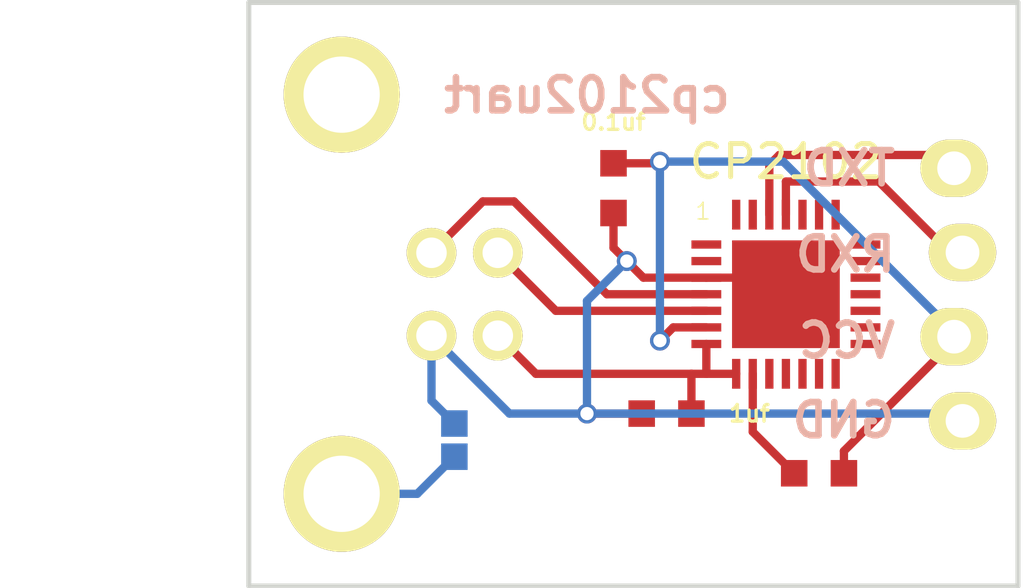
<source format=kicad_pcb>
(kicad_pcb (version 4) (host pcbnew 4.0.7-e2-6376~58~ubuntu16.04.1)

  (general
    (links 0)
    (no_connects 0)
    (area 117.094999 90.03 148.405001 105.97)
    (thickness 1.6)
    (drawings 9)
    (tracks 54)
    (zones 0)
    (modules 7)
    (nets 1)
  )

  (page A4)
  (layers
    (0 F.Cu signal)
    (31 B.Cu signal)
    (32 B.Adhes user)
    (33 F.Adhes user)
    (34 B.Paste user)
    (35 F.Paste user)
    (36 B.SilkS user)
    (37 F.SilkS user)
    (38 B.Mask user)
    (39 F.Mask user)
    (40 Dwgs.User user)
    (41 Cmts.User user)
    (42 Eco1.User user)
    (43 Eco2.User user)
    (44 Edge.Cuts user)
    (45 Margin user)
    (46 B.CrtYd user)
    (47 F.CrtYd user)
    (48 B.Fab user)
    (49 F.Fab user)
  )

  (setup
    (last_trace_width 0.25)
    (trace_clearance 0.2)
    (zone_clearance 0.508)
    (zone_45_only no)
    (trace_min 0.2)
    (segment_width 0.2)
    (edge_width 0.15)
    (via_size 0.6)
    (via_drill 0.4)
    (via_min_size 0.4)
    (via_min_drill 0.3)
    (uvia_size 0.3)
    (uvia_drill 0.1)
    (uvias_allowed no)
    (uvia_min_size 0.2)
    (uvia_min_drill 0.1)
    (pcb_text_width 0.3)
    (pcb_text_size 1.5 1.5)
    (mod_edge_width 0.15)
    (mod_text_size 1 1)
    (mod_text_width 0.15)
    (pad_size 1.524 1.524)
    (pad_drill 0.762)
    (pad_to_mask_clearance 0.2)
    (aux_axis_origin 0 0)
    (visible_elements FFFFFF7F)
    (pcbplotparams
      (layerselection 0x00030_80000001)
      (usegerberextensions false)
      (excludeedgelayer true)
      (linewidth 0.150000)
      (plotframeref false)
      (viasonmask false)
      (mode 1)
      (useauxorigin false)
      (hpglpennumber 1)
      (hpglpenspeed 20)
      (hpglpendiameter 15)
      (hpglpenoverlay 2)
      (psnegative false)
      (psa4output false)
      (plotreference true)
      (plotvalue true)
      (plotinvisibletext false)
      (padsonsilk false)
      (subtractmaskfromsilk false)
      (outputformat 1)
      (mirror false)
      (drillshape 1)
      (scaleselection 1)
      (outputdirectory ""))
  )

  (net 0 "")

  (net_class Default "This is the default net class."
    (clearance 0.2)
    (trace_width 0.25)
    (via_dia 0.6)
    (via_drill 0.4)
    (uvia_dia 0.3)
    (uvia_drill 0.1)
  )

  (module 00my_modules:cp2102qfn28 (layer F.Cu) (tedit 0) (tstamp 5C36C87C)
    (at 141 98)
    (descr QFN28)
    (tags QFN28)
    (attr smd)
    (fp_text reference CP2102 (at 0 -4) (layer F.SilkS)
      (effects (font (size 1 1) (thickness 0.15)))
    )
    (fp_text value 1 (at -2.5 -2.5) (layer F.SilkS)
      (effects (font (size 0.5 0.5) (thickness 0.05)))
    )
    (fp_line (start -6 0) (end 6 0) (layer F.CrtYd) (width 0.05))
    (fp_line (start 0 -6) (end 0 6) (layer F.CrtYd) (width 0.05))
    (pad GND smd rect (at 0 0) (size 3.25 3.25) (layers F.Cu F.Paste F.Mask))
    (pad 1 smd rect (at -2.4 -1.5) (size 0.9 0.25) (layers F.Cu F.Paste F.Mask))
    (pad 2 smd rect (at -2.4 -1) (size 0.9 0.25) (layers F.Cu F.Paste F.Mask))
    (pad 3 smd rect (at -2.4 -0.5) (size 0.9 0.25) (layers F.Cu F.Paste F.Mask))
    (pad 4 smd rect (at -2.4 0) (size 0.9 0.25) (layers F.Cu F.Paste F.Mask))
    (pad 5 smd rect (at -2.4 0.5) (size 0.9 0.25) (layers F.Cu F.Paste F.Mask))
    (pad 6 smd rect (at -2.4 1) (size 0.9 0.25) (layers F.Cu F.Paste F.Mask))
    (pad 7 smd rect (at -2.4 1.5) (size 0.9 0.25) (layers F.Cu F.Paste F.Mask))
    (pad 8 smd rect (at -1.5 2.4) (size 0.25 0.9) (layers F.Cu F.Paste F.Mask))
    (pad 9 smd rect (at -1 2.4) (size 0.25 0.9) (layers F.Cu F.Paste F.Mask))
    (pad 10 smd rect (at -0.5 2.4) (size 0.25 0.9) (layers F.Cu F.Paste F.Mask))
    (pad 11 smd rect (at 0 2.4) (size 0.25 0.9) (layers F.Cu F.Paste F.Mask))
    (pad 12 smd rect (at 0.5 2.4) (size 0.25 0.9) (layers F.Cu F.Paste F.Mask))
    (pad 13 smd rect (at 1 2.4) (size 0.25 0.9) (layers F.Cu F.Paste F.Mask))
    (pad 14 smd rect (at 1.5 2.4) (size 0.25 0.9) (layers F.Cu F.Paste F.Mask))
    (pad 15 smd rect (at 2.4 1.5) (size 0.9 0.25) (layers F.Cu F.Paste F.Mask))
    (pad 16 smd rect (at 2.4 1) (size 0.9 0.25) (layers F.Cu F.Paste F.Mask))
    (pad 17 smd rect (at 2.4 0.5) (size 0.9 0.25) (layers F.Cu F.Paste F.Mask))
    (pad 18 smd rect (at 2.4 0) (size 0.9 0.25) (layers F.Cu F.Paste F.Mask))
    (pad 19 smd rect (at 2.4 -0.5) (size 0.9 0.25) (layers F.Cu F.Paste F.Mask))
    (pad 20 smd rect (at 2.4 -1) (size 0.9 0.25) (layers F.Cu F.Paste F.Mask))
    (pad 21 smd rect (at 2.4 -1.5) (size 0.9 0.25) (layers F.Cu F.Paste F.Mask))
    (pad 22 smd rect (at 1.5 -2.4) (size 0.25 0.9) (layers F.Cu F.Paste F.Mask))
    (pad 23 smd rect (at 1 -2.4) (size 0.25 0.9) (layers F.Cu F.Paste F.Mask))
    (pad 24 smd rect (at 0.5 -2.4) (size 0.25 0.9) (layers F.Cu F.Paste F.Mask))
    (pad 25 smd rect (at 0 -2.4) (size 0.25 0.9) (layers F.Cu F.Paste F.Mask))
    (pad 26 smd rect (at -0.5 -2.4) (size 0.25 0.9) (layers F.Cu F.Paste F.Mask))
    (pad 27 smd rect (at -1 -2.4) (size 0.25 0.9) (layers F.Cu F.Paste F.Mask))
    (pad 28 smd rect (at -1.5 -2.4) (size 0.25 0.9) (layers F.Cu F.Paste F.Mask))
  )

  (module 00my_modules:UE27-BC54-130 (layer F.Cu) (tedit 0) (tstamp 5C36CC9D)
    (at 127.6 98 270)
    (descr UE27-BC54-130)
    (tags usb)
    (fp_text reference "" (at 0 -1 270) (layer F.SilkS)
      (effects (font (size 0.5 0.5) (thickness 0.01)))
    )
    (fp_text value "" (at 0 1 270) (layer F.Fab)
      (effects (font (size 0.5 0.5) (thickness 0.01)))
    )
    (fp_text user USB (at 0 0 270) (layer F.Fab)
      (effects (font (size 1 1) (thickness 0.15)))
    )
    (fp_line (start -6.02 10.28) (end -6.02 -6.22) (layer F.CrtYd) (width 0.05))
    (fp_line (start 6.02 10.28) (end 6.02 -6.22) (layer F.CrtYd) (width 0.05))
    (fp_line (start -6.02 -6.22) (end 6.02 -6.22) (layer F.CrtYd) (width 0.05))
    (fp_line (start -6.02 10.28) (end 6.02 10.28) (layer F.CrtYd) (width 0.05))
    (pad V thru_hole circle (at 1.25 -4.71 270) (size 1.5 1.5) (drill 0.92) (layers *.Cu *.Mask F.SilkS))
    (pad - thru_hole circle (at -1.25 -4.71 270) (size 1.5 1.5) (drill 0.92) (layers *.Cu *.Mask F.SilkS))
    (pad + thru_hole circle (at -1.25 -2.71 270) (size 1.5 1.5) (drill 0.92) (layers *.Cu *.Mask F.SilkS))
    (pad G thru_hole circle (at 1.25 -2.71 270) (size 1.5 1.5) (drill 0.92) (layers *.Cu *.Mask F.SilkS))
    (pad X thru_hole circle (at 6.02 0 270) (size 3.5 3.5) (drill 2.3) (layers *.Cu *.Mask F.SilkS))
    (pad X thru_hole circle (at -6.02 0 270) (size 3.5 3.5) (drill 2.3) (layers *.Cu *.Mask F.SilkS))
  )

  (module 00my_modules:R_0603 (layer F.Cu) (tedit 5C36C845) (tstamp 5C36D0AA)
    (at 137.4 101.6 180)
    (descr R0603)
    (tags "resistor capacitor led 0603")
    (attr smd)
    (fp_text reference 1uf (at -2.5 0 180) (layer F.SilkS)
      (effects (font (size 0.5 0.5) (thickness 0.1)))
    )
    (fp_text value C (at 0 0 180) (layer F.Fab)
      (effects (font (size 0.5 0.5) (thickness 0.01)))
    )
    (fp_line (start -1.2 -0.45) (end 1.2 -0.45) (layer F.CrtYd) (width 0.01))
    (fp_line (start -1.2 0.45) (end 1.2 0.45) (layer F.CrtYd) (width 0.01))
    (fp_line (start -1.2 -0.45) (end -1.2 0.45) (layer F.CrtYd) (width 0.01))
    (fp_line (start 1.2 -0.45) (end 1.2 0.45) (layer F.CrtYd) (width 0.01))
    (pad 1 smd rect (at -0.75 0 180) (size 0.8 0.8) (layers F.Cu F.Paste F.Mask))
    (pad 2 smd rect (at 0.75 0 180) (size 0.8 0.8) (layers F.Cu F.Paste F.Mask))
  )

  (module 00my_modules:R_0603 (layer F.Cu) (tedit 5C36C8AD) (tstamp 5C36D0EA)
    (at 135.8 94.8 270)
    (descr R0603)
    (tags "resistor capacitor led 0603")
    (attr smd)
    (fp_text reference 0.1uf (at -2 0 360) (layer F.SilkS)
      (effects (font (size 0.5 0.5) (thickness 0.1)))
    )
    (fp_text value C (at 0 0 270) (layer F.Fab)
      (effects (font (size 0.5 0.5) (thickness 0.01)))
    )
    (fp_line (start -1.2 -0.45) (end 1.2 -0.45) (layer F.CrtYd) (width 0.01))
    (fp_line (start -1.2 0.45) (end 1.2 0.45) (layer F.CrtYd) (width 0.01))
    (fp_line (start -1.2 -0.45) (end -1.2 0.45) (layer F.CrtYd) (width 0.01))
    (fp_line (start 1.2 -0.45) (end 1.2 0.45) (layer F.CrtYd) (width 0.01))
    (pad 1 smd rect (at -0.75 0 270) (size 0.8 0.8) (layers F.Cu F.Paste F.Mask))
    (pad 2 smd rect (at 0.75 0 270) (size 0.8 0.8) (layers F.Cu F.Paste F.Mask))
  )

  (module 00my_modules:solder_bridge (layer B.Cu) (tedit 5415CC62) (tstamp 5C36CAFC)
    (at 131 102.4 90)
    (descr SBRIDGE)
    (tags 0603)
    (attr smd)
    (fp_text reference "" (at 0 0 90) (layer B.SilkS)
      (effects (font (size 0.5 0.5) (thickness 0.1)) (justify mirror))
    )
    (fp_text value BR (at 0 0 90) (layer B.Fab)
      (effects (font (size 0.5 0.5) (thickness 0.01)) (justify mirror))
    )
    (pad 1 smd rect (at -0.5 0 90) (size 0.8 0.8) (layers B.Cu B.Paste B.Mask))
    (pad 2 smd rect (at 0.5 0 90) (size 0.8 0.8) (layers B.Cu B.Paste B.Mask))
  )

  (module 00my_modules:R_0603 (layer F.Cu) (tedit 5415CC62) (tstamp 5C36CFD3)
    (at 142 103.4)
    (descr R0603)
    (tags "resistor capacitor led 0603")
    (attr smd)
    (fp_text reference "" (at 0 0) (layer F.SilkS)
      (effects (font (size 0.5 0.5) (thickness 0.1)))
    )
    (fp_text value R (at 0 0) (layer F.Fab)
      (effects (font (size 0.5 0.5) (thickness 0.01)))
    )
    (fp_line (start -1.2 -0.45) (end 1.2 -0.45) (layer F.CrtYd) (width 0.01))
    (fp_line (start -1.2 0.45) (end 1.2 0.45) (layer F.CrtYd) (width 0.01))
    (fp_line (start -1.2 -0.45) (end -1.2 0.45) (layer F.CrtYd) (width 0.01))
    (fp_line (start 1.2 -0.45) (end 1.2 0.45) (layer F.CrtYd) (width 0.01))
    (pad 1 smd rect (at -0.75 0) (size 0.8 0.8) (layers F.Cu F.Paste F.Mask))
    (pad 2 smd rect (at 0.75 0) (size 0.8 0.8) (layers F.Cu F.Paste F.Mask))
  )

  (module 00my_modules:Pin_Header_Wiggle_1x04 (layer F.Cu) (tedit 0) (tstamp 5C36D3CC)
    (at 146.2 94.2)
    (descr "Through hole pin header")
    (tags "pin header")
    (fp_text reference "" (at 0 -2.4) (layer F.SilkS)
      (effects (font (size 0.5 0.5) (thickness 0.01)))
    )
    (fp_text value "" (at 0 -3.1) (layer F.Fab)
      (effects (font (size 0.5 0.5) (thickness 0.01)))
    )
    (fp_line (start -1.75 -1.75) (end -1.75 9.37) (layer F.CrtYd) (width 0.05))
    (fp_line (start 1.75 -1.75) (end 1.75 9.37) (layer F.CrtYd) (width 0.05))
    (fp_line (start -1.75 -1.75) (end 1.75 -1.75) (layer F.CrtYd) (width 0.05))
    (fp_line (start -1.75 9.37) (end 1.75 9.37) (layer F.CrtYd) (width 0.05))
    (fp_line (start -2 0) (end 2 0) (layer F.CrtYd) (width 0.01))
    (fp_line (start 0 -2) (end 0 2) (layer F.CrtYd) (width 0.01))
    (fp_line (start -2 3.81) (end 2 3.81) (layer F.CrtYd) (width 0.01))
    (pad 1 thru_hole oval (at -0.127 0) (size 2.032 1.7272) (drill 1.016) (layers *.Cu *.Mask F.SilkS))
    (pad 2 thru_hole oval (at 0.127 2.54) (size 2.032 1.7272) (drill 1.016) (layers *.Cu *.Mask F.SilkS))
    (pad 3 thru_hole oval (at -0.127 5.08) (size 2.032 1.7272) (drill 1.016) (layers *.Cu *.Mask F.SilkS))
    (pad 4 thru_hole oval (at 0.127 7.62) (size 2.032 1.7272) (drill 1.016) (layers *.Cu *.Mask F.SilkS))
  )

  (gr_line (start 124.8 89.2) (end 124.8 106.8) (angle 90) (layer Edge.Cuts) (width 0.15))
  (gr_line (start 148 89.2) (end 124.8 89.2) (angle 90) (layer Edge.Cuts) (width 0.15))
  (gr_line (start 148 106.8) (end 148 89.2) (angle 90) (layer Edge.Cuts) (width 0.15))
  (gr_line (start 124.8 106.8) (end 148 106.8) (angle 90) (layer Edge.Cuts) (width 0.15))
  (gr_text GND (at 144.4 101.8) (layer B.SilkS)
    (effects (font (size 1 1) (thickness 0.2)) (justify left mirror))
  )
  (gr_text VCC (at 144.4 99.4) (layer B.SilkS)
    (effects (font (size 1 1) (thickness 0.2)) (justify left mirror))
  )
  (gr_text RXD (at 144.4 96.8) (layer B.SilkS)
    (effects (font (size 1 1) (thickness 0.2)) (justify left mirror))
  )
  (gr_text TXD (at 144.4 94.2) (layer B.SilkS)
    (effects (font (size 1 1) (thickness 0.2)) (justify left mirror))
  )
  (gr_text cp2102uart (at 135 92) (layer B.SilkS)
    (effects (font (size 1 1) (thickness 0.2)) (justify mirror))
  )

  (segment (start 142.75 103.4) (end 142.75 102.73) (width 0.25) (layer F.Cu) (net 0))
  (segment (start 142.75 102.73) (end 146.2 99.28) (width 0.25) (layer F.Cu) (net 0) (tstamp 5C36CFE0))
  (segment (start 140 100.4) (end 140 102.15) (width 0.25) (layer F.Cu) (net 0))
  (segment (start 140 102.15) (end 141.25 103.4) (width 0.25) (layer F.Cu) (net 0) (tstamp 5C36CFDD))
  (segment (start 140.5 95.6) (end 140.5 94.1) (width 0.25) (layer F.Cu) (net 0))
  (segment (start 140.8 93.8) (end 145.8 93.8) (width 0.25) (layer F.Cu) (net 0) (tstamp 5C36CBD5))
  (segment (start 140.5 94.1) (end 140.8 93.8) (width 0.25) (layer F.Cu) (net 0) (tstamp 5C36CBD4))
  (segment (start 145.8 93.8) (end 146.2 94.2) (width 0.25) (layer F.Cu) (net 0) (tstamp 5C36CBD6))
  (segment (start 130.31 99.25) (end 130.31 101.21) (width 0.25) (layer B.Cu) (net 0))
  (segment (start 130.31 101.21) (end 131 101.9) (width 0.25) (layer B.Cu) (net 0) (tstamp 5C36CB06))
  (segment (start 127.6 104.02) (end 129.88 104.02) (width 0.25) (layer B.Cu) (net 0))
  (segment (start 129.88 104.02) (end 131 102.9) (width 0.25) (layer B.Cu) (net 0) (tstamp 5C36CB03))
  (segment (start 137.2 94) (end 140.92 94) (width 0.25) (layer B.Cu) (net 0))
  (segment (start 140.92 94) (end 146.2 99.28) (width 0.25) (layer B.Cu) (net 0) (tstamp 5C36D530))
  (segment (start 146 94) (end 146.2 94.2) (width 0.25) (layer F.Cu) (net 0) (tstamp 5C36D52E))
  (segment (start 141 95.6) (end 141 94.6) (width 0.25) (layer F.Cu) (net 0))
  (segment (start 143.8 94.6) (end 145.94 96.74) (width 0.25) (layer F.Cu) (net 0) (tstamp 5C36D529))
  (segment (start 141 94.6) (end 143.8 94.6) (width 0.25) (layer F.Cu) (net 0) (tstamp 5C36D528))
  (segment (start 145.94 96.74) (end 146.2 96.74) (width 0.25) (layer F.Cu) (net 0) (tstamp 5C36D52A))
  (segment (start 135 101.6) (end 145.98 101.6) (width 0.25) (layer B.Cu) (net 0))
  (segment (start 145.98 101.6) (end 146.2 101.82) (width 0.25) (layer B.Cu) (net 0) (tstamp 5C36D524))
  (segment (start 146 94) (end 146.2 94.2) (width 0.25) (layer B.Cu) (net 0) (tstamp 5C36D522))
  (segment (start 135.8 95.55) (end 135.8 96.6) (width 0.25) (layer F.Cu) (net 0))
  (segment (start 135.8 96.6) (end 136.2 97) (width 0.25) (layer F.Cu) (net 0) (tstamp 5C36D107))
  (segment (start 138.6 99) (end 137.6 99) (width 0.25) (layer F.Cu) (net 0))
  (segment (start 137.15 94.05) (end 135.8 94.05) (width 0.25) (layer F.Cu) (net 0) (tstamp 5C36D105))
  (segment (start 137.2 94) (end 137.15 94.05) (width 0.25) (layer F.Cu) (net 0) (tstamp 5C36D104))
  (via (at 137.2 94) (size 0.6) (drill 0.4) (layers F.Cu B.Cu) (net 0))
  (segment (start 137.2 99.4) (end 137.2 94) (width 0.25) (layer B.Cu) (net 0) (tstamp 5C36D101))
  (via (at 137.2 99.4) (size 0.6) (drill 0.4) (layers F.Cu B.Cu) (net 0))
  (segment (start 137.6 99) (end 137.2 99.4) (width 0.25) (layer F.Cu) (net 0) (tstamp 5C36D0FF))
  (segment (start 135 101.6) (end 132.66 101.6) (width 0.25) (layer B.Cu) (net 0))
  (segment (start 132.66 101.6) (end 130.31 99.25) (width 0.25) (layer B.Cu) (net 0) (tstamp 5C36D0D9))
  (segment (start 138.15 101.6) (end 138.15 100.4) (width 0.25) (layer F.Cu) (net 0))
  (segment (start 138.6 97.5) (end 136.7 97.5) (width 0.25) (layer F.Cu) (net 0))
  (segment (start 135 101.6) (end 136.65 101.6) (width 0.25) (layer F.Cu) (net 0) (tstamp 5C36D0D2))
  (via (at 135 101.6) (size 0.6) (drill 0.4) (layers F.Cu B.Cu) (net 0))
  (segment (start 135 98.2) (end 135 101.6) (width 0.25) (layer B.Cu) (net 0) (tstamp 5C36D0CF))
  (segment (start 136.2 97) (end 135 98.2) (width 0.25) (layer B.Cu) (net 0) (tstamp 5C36D0CE))
  (via (at 136.2 97) (size 0.6) (drill 0.4) (layers F.Cu B.Cu) (net 0))
  (segment (start 136.7 97.5) (end 136.2 97) (width 0.25) (layer F.Cu) (net 0) (tstamp 5C36D0CC))
  (segment (start 138.6 97.5) (end 140.5 97.5) (width 0.25) (layer F.Cu) (net 0))
  (segment (start 140.5 97.5) (end 141 98) (width 0.25) (layer F.Cu) (net 0) (tstamp 5C36D0CA))
  (segment (start 138.6 99.5) (end 138.6 100.4) (width 0.25) (layer F.Cu) (net 0))
  (segment (start 139.5 100.4) (end 138.6 100.4) (width 0.25) (layer F.Cu) (net 0))
  (segment (start 138.6 100.4) (end 138.15 100.4) (width 0.25) (layer F.Cu) (net 0) (tstamp 5C36CCC8))
  (segment (start 138.15 100.4) (end 133.46 100.4) (width 0.25) (layer F.Cu) (net 0) (tstamp 5C36D0D7))
  (segment (start 133.46 100.4) (end 132.31 99.25) (width 0.25) (layer F.Cu) (net 0) (tstamp 5C36CCC3))
  (segment (start 138.6 98) (end 135.6 98) (width 0.25) (layer F.Cu) (net 0))
  (segment (start 131.86 95.2) (end 130.31 96.75) (width 0.25) (layer F.Cu) (net 0) (tstamp 5C36CCB6))
  (segment (start 132.8 95.2) (end 131.86 95.2) (width 0.25) (layer F.Cu) (net 0) (tstamp 5C36CCB4))
  (segment (start 135.6 98) (end 132.8 95.2) (width 0.25) (layer F.Cu) (net 0) (tstamp 5C36CCB2))
  (segment (start 138.6 98.5) (end 134.06 98.5) (width 0.25) (layer F.Cu) (net 0))
  (segment (start 134.06 98.5) (end 132.31 96.75) (width 0.25) (layer F.Cu) (net 0) (tstamp 5C36CCAC))

)

</source>
